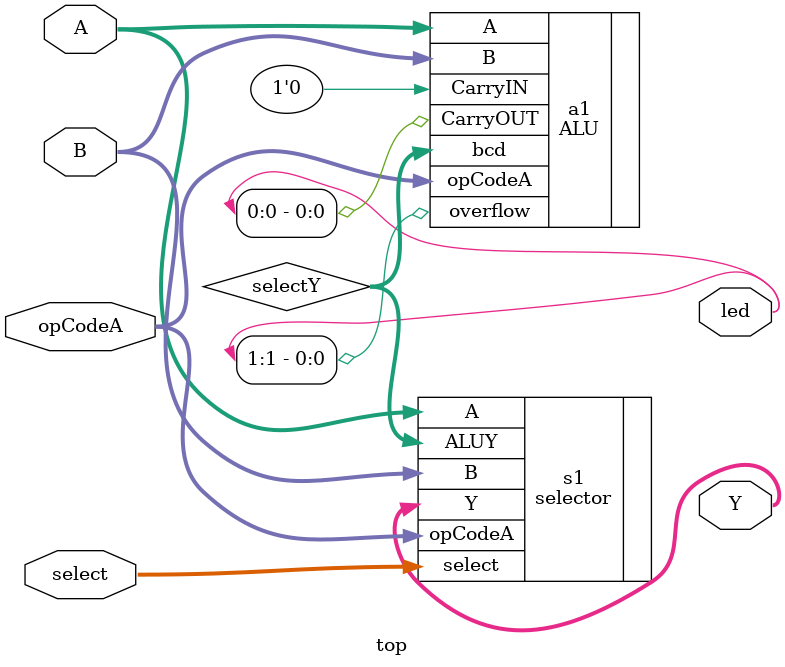
<source format=v>
module top (
    input [3:0] A, B,
    input [2:0] opCodeA,
    input [1:0] select,
    output [1:0] led,
    output [11:0] Y
);

wire wire1, wire2;
wire [11:0] selectY;
ALU a1( .A(A),
        .B(B),
        .opCodeA(opCodeA),
        .CarryIN(1'b0),
        .bcd(selectY),
        .CarryOUT(led[0]),
        .overflow(led[1]));
selector s1(.A(A), .B(B), .opCodeA(opCodeA), .select(select), .ALUY(selectY), .Y(Y));

endmodule

</source>
